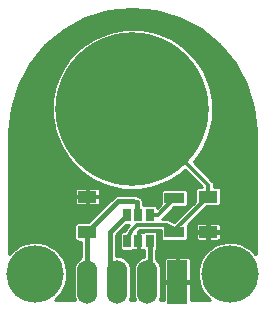
<source format=gbr>
G04 #@! TF.FileFunction,Copper,L1,Top,Signal*
%FSLAX46Y46*%
G04 Gerber Fmt 4.6, Leading zero omitted, Abs format (unit mm)*
G04 Created by KiCad (PCBNEW 4.0.2+dfsg1-stable) date ons 15 feb 2017 20:38:44 CET*
%MOMM*%
G01*
G04 APERTURE LIST*
%ADD10C,0.100000*%
%ADD11C,4.850000*%
%ADD12R,1.600000X1.000000*%
%ADD13R,1.700000X0.900000*%
%ADD14R,0.650000X1.060000*%
%ADD15R,1.727200X3.700000*%
%ADD16O,1.727200X3.700000*%
%ADD17C,13.000000*%
%ADD18C,0.350000*%
%ADD19C,0.400000*%
%ADD20C,0.270000*%
G04 APERTURE END LIST*
D10*
D11*
X2540000Y2540000D03*
D12*
X17208500Y9120000D03*
X17208500Y6120000D03*
X6985000Y6120000D03*
X6985000Y9120000D03*
D13*
X14351000Y6106500D03*
X14351000Y9006500D03*
D14*
X10353000Y5377000D03*
X11303000Y5377000D03*
X12253000Y5377000D03*
X12253000Y7577000D03*
X10353000Y7577000D03*
X11303000Y7577000D03*
D15*
X14605000Y1905000D03*
D16*
X12065000Y1905000D03*
X9525000Y1905000D03*
X6985000Y1905000D03*
D11*
X19050000Y2540000D03*
D17*
X10795000Y16510000D03*
D18*
X17208500Y9120000D02*
X17208500Y10096500D01*
X17208500Y10096500D02*
X10795000Y16510000D01*
X14351000Y6106500D02*
X14351000Y6262500D01*
X14351000Y6262500D02*
X17208500Y9120000D01*
X10353000Y5377000D02*
X10668000Y6223000D01*
X13696498Y6748780D02*
X14668500Y6183500D01*
X11176000Y6731000D02*
X13696498Y6748780D01*
X10668000Y6223000D02*
X11176000Y6731000D01*
D19*
X11303000Y7577000D02*
X11176000Y8636000D01*
X9602600Y8737600D02*
X6985000Y6120000D01*
X11176000Y8636000D02*
X10795000Y8763000D01*
X6985000Y6120000D02*
X6985000Y1905000D01*
X10795000Y8763000D02*
X9602600Y8737600D01*
X12255500Y2921000D02*
X12253000Y5377000D01*
X8890000Y6096000D02*
X8890000Y3429000D01*
X8890000Y3429000D02*
X9525000Y1905000D01*
X10353000Y7577000D02*
X8890000Y6096000D01*
D18*
X12253000Y7577000D02*
X12985000Y7577000D01*
X12985000Y7577000D02*
X14351000Y9006500D01*
D20*
G36*
X12820522Y24834646D02*
X14768899Y24246395D01*
X16565904Y23290912D01*
X18143101Y22004581D01*
X19440410Y20436404D01*
X20408419Y18646109D01*
X21010256Y16701887D01*
X21224804Y14660596D01*
X21225000Y14604300D01*
X21225000Y4217861D01*
X21183622Y4280140D01*
X20804993Y4661422D01*
X20359516Y4961899D01*
X19864161Y5170128D01*
X19337794Y5278175D01*
X18800465Y5281927D01*
X18272641Y5181239D01*
X17774426Y4979947D01*
X17324798Y4685718D01*
X16940882Y4309760D01*
X16637302Y3866392D01*
X16425620Y3372502D01*
X16313901Y2846903D01*
X16306398Y2309613D01*
X16403399Y1781099D01*
X16601207Y1281491D01*
X16892290Y829820D01*
X17265559Y443289D01*
X17378202Y365000D01*
X15711600Y365000D01*
X15711600Y1775250D01*
X15650850Y1836000D01*
X14674000Y1836000D01*
X14674000Y1816000D01*
X14536000Y1816000D01*
X14536000Y1836000D01*
X13559150Y1836000D01*
X13498400Y1775250D01*
X13498400Y365000D01*
X13104959Y365000D01*
X13148293Y443824D01*
X13217845Y663079D01*
X13243485Y891668D01*
X13243600Y908124D01*
X13243600Y2901876D01*
X13221154Y3130801D01*
X13154670Y3351006D01*
X13046681Y3554103D01*
X12901300Y3732358D01*
X12845001Y3778933D01*
X13498400Y3778933D01*
X13498400Y2034750D01*
X13559150Y1974000D01*
X14536000Y1974000D01*
X14536000Y3937250D01*
X14674000Y3937250D01*
X14674000Y1974000D01*
X15650850Y1974000D01*
X15711600Y2034750D01*
X15711600Y3778933D01*
X15702262Y3825880D01*
X15683944Y3870103D01*
X15657351Y3909903D01*
X15623504Y3943750D01*
X15583704Y3970344D01*
X15539481Y3988661D01*
X15492534Y3998000D01*
X14734750Y3998000D01*
X14674000Y3937250D01*
X14536000Y3937250D01*
X14475250Y3998000D01*
X13717466Y3998000D01*
X13670519Y3988661D01*
X13626296Y3970344D01*
X13586496Y3943750D01*
X13552649Y3909903D01*
X13526056Y3870103D01*
X13507738Y3825880D01*
X13498400Y3778933D01*
X12845001Y3778933D01*
X12769564Y3841340D01*
X12768794Y4597429D01*
X12787616Y4609832D01*
X12845390Y4677619D01*
X12881993Y4758819D01*
X12894524Y4847000D01*
X12894524Y5907000D01*
X12890524Y5957163D01*
X12864176Y6042244D01*
X12815168Y6116616D01*
X12747381Y6174390D01*
X12666181Y6210993D01*
X12578000Y6223524D01*
X11928000Y6223524D01*
X11877837Y6219524D01*
X11792756Y6193176D01*
X11718384Y6144168D01*
X11711086Y6135606D01*
X11698881Y6140661D01*
X11651934Y6150000D01*
X11432750Y6150000D01*
X11372000Y6089250D01*
X11372000Y5446000D01*
X11392000Y5446000D01*
X11392000Y5308000D01*
X11372000Y5308000D01*
X11372000Y4664750D01*
X11432750Y4604000D01*
X11651934Y4604000D01*
X11698881Y4613339D01*
X11712450Y4618959D01*
X11738794Y4596507D01*
X11739372Y4028761D01*
X11623489Y3994655D01*
X11419642Y3888086D01*
X11240377Y3743954D01*
X11092521Y3567746D01*
X10981707Y3366176D01*
X10912155Y3146921D01*
X10886515Y2918332D01*
X10886400Y2901876D01*
X10886400Y908124D01*
X10908846Y679199D01*
X10975330Y458994D01*
X11025308Y365000D01*
X10564959Y365000D01*
X10608293Y443824D01*
X10677845Y663079D01*
X10703485Y891668D01*
X10703600Y908124D01*
X10703600Y2901876D01*
X10681154Y3130801D01*
X10614670Y3351006D01*
X10506681Y3554103D01*
X10361300Y3732358D01*
X10184065Y3878980D01*
X9981726Y3988384D01*
X9761990Y4056403D01*
X9533228Y4080447D01*
X9405000Y4068778D01*
X9405000Y5884522D01*
X10240672Y6730476D01*
X10482512Y6730476D01*
X10321518Y6569482D01*
X10317766Y6564915D01*
X10313288Y6561052D01*
X10287441Y6527996D01*
X10260818Y6495585D01*
X10258025Y6490376D01*
X10254382Y6485717D01*
X10235455Y6448284D01*
X10215627Y6411305D01*
X10213897Y6405647D01*
X10211231Y6400374D01*
X10208798Y6393979D01*
X10145331Y6223524D01*
X10028000Y6223524D01*
X9977837Y6219524D01*
X9892756Y6193176D01*
X9818384Y6144168D01*
X9760610Y6076381D01*
X9724007Y5995181D01*
X9711476Y5907000D01*
X9711476Y4847000D01*
X9715476Y4796837D01*
X9741824Y4711756D01*
X9790832Y4637384D01*
X9858619Y4579610D01*
X9939819Y4543007D01*
X10028000Y4530476D01*
X10678000Y4530476D01*
X10728163Y4534476D01*
X10813244Y4560824D01*
X10887616Y4609832D01*
X10894914Y4618394D01*
X10907119Y4613339D01*
X10954066Y4604000D01*
X11173250Y4604000D01*
X11234000Y4664750D01*
X11234000Y5308000D01*
X11214000Y5308000D01*
X11214000Y5446000D01*
X11234000Y5446000D01*
X11234000Y6089250D01*
X11230607Y6092643D01*
X11380394Y6242429D01*
X13184476Y6255156D01*
X13184476Y5656500D01*
X13188476Y5606337D01*
X13214824Y5521256D01*
X13263832Y5446884D01*
X13331619Y5389110D01*
X13412819Y5352507D01*
X13501000Y5339976D01*
X15201000Y5339976D01*
X15251163Y5343976D01*
X15336244Y5370324D01*
X15410616Y5419332D01*
X15468390Y5487119D01*
X15504993Y5568319D01*
X15517524Y5656500D01*
X15517524Y5990250D01*
X16165500Y5990250D01*
X16165500Y5596067D01*
X16174838Y5549120D01*
X16193156Y5504897D01*
X16219749Y5465097D01*
X16253596Y5431250D01*
X16293396Y5404656D01*
X16337619Y5386339D01*
X16384566Y5377000D01*
X17078750Y5377000D01*
X17139500Y5437750D01*
X17139500Y6051000D01*
X17277500Y6051000D01*
X17277500Y5437750D01*
X17338250Y5377000D01*
X18032434Y5377000D01*
X18079381Y5386339D01*
X18123604Y5404656D01*
X18163404Y5431250D01*
X18197251Y5465097D01*
X18223844Y5504897D01*
X18242162Y5549120D01*
X18251500Y5596067D01*
X18251500Y5990250D01*
X18190750Y6051000D01*
X17277500Y6051000D01*
X17139500Y6051000D01*
X16226250Y6051000D01*
X16165500Y5990250D01*
X15517524Y5990250D01*
X15517524Y6556500D01*
X15513524Y6606663D01*
X15501983Y6643933D01*
X16165500Y6643933D01*
X16165500Y6249750D01*
X16226250Y6189000D01*
X17139500Y6189000D01*
X17139500Y6802250D01*
X17277500Y6802250D01*
X17277500Y6189000D01*
X18190750Y6189000D01*
X18251500Y6249750D01*
X18251500Y6643933D01*
X18242162Y6690880D01*
X18223844Y6735103D01*
X18197251Y6774903D01*
X18163404Y6808750D01*
X18123604Y6835344D01*
X18079381Y6853661D01*
X18032434Y6863000D01*
X17338250Y6863000D01*
X17277500Y6802250D01*
X17139500Y6802250D01*
X17078750Y6863000D01*
X16384566Y6863000D01*
X16337619Y6853661D01*
X16293396Y6835344D01*
X16253596Y6808750D01*
X16219749Y6774903D01*
X16193156Y6735103D01*
X16174838Y6690880D01*
X16165500Y6643933D01*
X15501983Y6643933D01*
X15487176Y6691744D01*
X15481628Y6700164D01*
X17084941Y8303476D01*
X18008500Y8303476D01*
X18058663Y8307476D01*
X18143744Y8333824D01*
X18218116Y8382832D01*
X18275890Y8450619D01*
X18312493Y8531819D01*
X18325024Y8620000D01*
X18325024Y9620000D01*
X18321024Y9670163D01*
X18294676Y9755244D01*
X18245668Y9829616D01*
X18177881Y9887390D01*
X18096681Y9923993D01*
X18008500Y9936524D01*
X17698500Y9936524D01*
X17698500Y10096500D01*
X17694090Y10141477D01*
X17690139Y10186636D01*
X17689419Y10189114D01*
X17689168Y10191675D01*
X17676084Y10235012D01*
X17663458Y10278469D01*
X17662274Y10280753D01*
X17661528Y10283224D01*
X17640264Y10323215D01*
X17619449Y10363372D01*
X17617841Y10365386D01*
X17616631Y10367662D01*
X17588006Y10402760D01*
X17559786Y10438111D01*
X17556252Y10441695D01*
X17556190Y10441771D01*
X17556120Y10441829D01*
X17554983Y10442982D01*
X15970529Y12027436D01*
X15978883Y12035392D01*
X16749280Y13127498D01*
X17292879Y14348443D01*
X17588977Y15651721D01*
X17610292Y17178245D01*
X17350700Y18489283D01*
X16841403Y19724930D01*
X16101800Y20838121D01*
X15160064Y21786455D01*
X14052063Y22533811D01*
X12820001Y23051722D01*
X11510808Y23320461D01*
X10174350Y23329791D01*
X8861533Y23079358D01*
X7622360Y22578700D01*
X6504033Y21846887D01*
X5549147Y20911793D01*
X4794074Y19809037D01*
X4267574Y18580621D01*
X3989702Y17273336D01*
X3971042Y15936976D01*
X4212304Y14622442D01*
X4704299Y13379805D01*
X5428287Y12256396D01*
X6356691Y11295005D01*
X7454149Y10532251D01*
X8678859Y9997189D01*
X9984173Y9710197D01*
X11320370Y9682208D01*
X12636556Y9914287D01*
X13882598Y10397595D01*
X15011034Y11113722D01*
X15260628Y11351407D01*
X16675511Y9936524D01*
X16408500Y9936524D01*
X16358337Y9932524D01*
X16273256Y9906176D01*
X16198884Y9857168D01*
X16141110Y9789381D01*
X16104507Y9708181D01*
X16091976Y9620000D01*
X16091976Y8696441D01*
X14338051Y6942515D01*
X13942835Y7172358D01*
X13914122Y7185492D01*
X13886349Y7200506D01*
X13870736Y7205338D01*
X13855870Y7212138D01*
X13825151Y7219446D01*
X13794992Y7228779D01*
X13778739Y7230486D01*
X13762836Y7234269D01*
X13731282Y7235470D01*
X13699883Y7238768D01*
X13693042Y7238768D01*
X13337111Y7236257D01*
X13339261Y7238475D01*
X14296274Y8239976D01*
X15201000Y8239976D01*
X15251163Y8243976D01*
X15336244Y8270324D01*
X15410616Y8319332D01*
X15468390Y8387119D01*
X15504993Y8468319D01*
X15517524Y8556500D01*
X15517524Y9456500D01*
X15513524Y9506663D01*
X15487176Y9591744D01*
X15438168Y9666116D01*
X15370381Y9723890D01*
X15289181Y9760493D01*
X15201000Y9773024D01*
X13501000Y9773024D01*
X13450837Y9769024D01*
X13365756Y9742676D01*
X13291384Y9693668D01*
X13233610Y9625881D01*
X13197007Y9544681D01*
X13184476Y9456500D01*
X13184476Y8556500D01*
X13188476Y8506337D01*
X13190148Y8500939D01*
X12883455Y8179989D01*
X12864176Y8242244D01*
X12815168Y8316616D01*
X12747381Y8374390D01*
X12666181Y8410993D01*
X12578000Y8423524D01*
X11928000Y8423524D01*
X11877837Y8419524D01*
X11792756Y8393176D01*
X11777706Y8383259D01*
X11721988Y8408375D01*
X11687336Y8697322D01*
X11679665Y8732100D01*
X11673994Y8767251D01*
X11668863Y8781074D01*
X11665687Y8795473D01*
X11651406Y8828101D01*
X11639016Y8861479D01*
X11631300Y8874039D01*
X11625386Y8887550D01*
X11605037Y8916787D01*
X11586402Y8947118D01*
X11576392Y8957941D01*
X11567967Y8970046D01*
X11542336Y8994764D01*
X11518157Y9020908D01*
X11506232Y9029583D01*
X11495620Y9039817D01*
X11465675Y9059086D01*
X11436878Y9080035D01*
X11423495Y9086229D01*
X11411097Y9094207D01*
X11377983Y9107293D01*
X11345663Y9122251D01*
X11338857Y9124572D01*
X10957857Y9251572D01*
X10924318Y9259214D01*
X10891322Y9268912D01*
X10875426Y9270353D01*
X10859858Y9273900D01*
X10825472Y9274881D01*
X10791222Y9277986D01*
X10784032Y9277883D01*
X9591632Y9252483D01*
X9549799Y9247480D01*
X9507865Y9243811D01*
X9499987Y9241522D01*
X9491833Y9240547D01*
X9451773Y9227515D01*
X9411345Y9215770D01*
X9404060Y9211994D01*
X9396253Y9209454D01*
X9359493Y9188892D01*
X9322111Y9169515D01*
X9315697Y9164395D01*
X9308532Y9160387D01*
X9276466Y9133077D01*
X9243560Y9106809D01*
X9238440Y9101760D01*
X7073204Y6936524D01*
X6185000Y6936524D01*
X6134837Y6932524D01*
X6049756Y6906176D01*
X5975384Y6857168D01*
X5917610Y6789381D01*
X5881007Y6708181D01*
X5868476Y6620000D01*
X5868476Y5620000D01*
X5872476Y5569837D01*
X5898824Y5484756D01*
X5947832Y5410384D01*
X6015619Y5352610D01*
X6096819Y5316007D01*
X6185000Y5303476D01*
X6470000Y5303476D01*
X6470000Y3956236D01*
X6339642Y3888086D01*
X6160377Y3743954D01*
X6012521Y3567746D01*
X5901707Y3366176D01*
X5832155Y3146921D01*
X5806515Y2918332D01*
X5806400Y2901876D01*
X5806400Y908124D01*
X5828846Y679199D01*
X5895330Y458994D01*
X5945308Y365000D01*
X4226561Y365000D01*
X4235075Y370403D01*
X4624203Y740964D01*
X4933944Y1180051D01*
X5152500Y1670937D01*
X5271548Y2194925D01*
X5280118Y2808671D01*
X5175748Y3335779D01*
X4970983Y3832576D01*
X4673622Y4280140D01*
X4294993Y4661422D01*
X3849516Y4961899D01*
X3354161Y5170128D01*
X2827794Y5278175D01*
X2290465Y5281927D01*
X1762641Y5181239D01*
X1264426Y4979947D01*
X814798Y4685718D01*
X430882Y4309760D01*
X365000Y4213542D01*
X365000Y8990250D01*
X5942000Y8990250D01*
X5942000Y8596067D01*
X5951338Y8549120D01*
X5969656Y8504897D01*
X5996249Y8465097D01*
X6030096Y8431250D01*
X6069896Y8404656D01*
X6114119Y8386339D01*
X6161066Y8377000D01*
X6855250Y8377000D01*
X6916000Y8437750D01*
X6916000Y9051000D01*
X7054000Y9051000D01*
X7054000Y8437750D01*
X7114750Y8377000D01*
X7808934Y8377000D01*
X7855881Y8386339D01*
X7900104Y8404656D01*
X7939904Y8431250D01*
X7973751Y8465097D01*
X8000344Y8504897D01*
X8018662Y8549120D01*
X8028000Y8596067D01*
X8028000Y8990250D01*
X7967250Y9051000D01*
X7054000Y9051000D01*
X6916000Y9051000D01*
X6002750Y9051000D01*
X5942000Y8990250D01*
X365000Y8990250D01*
X365000Y9643933D01*
X5942000Y9643933D01*
X5942000Y9249750D01*
X6002750Y9189000D01*
X6916000Y9189000D01*
X6916000Y9802250D01*
X7054000Y9802250D01*
X7054000Y9189000D01*
X7967250Y9189000D01*
X8028000Y9249750D01*
X8028000Y9643933D01*
X8018662Y9690880D01*
X8000344Y9735103D01*
X7973751Y9774903D01*
X7939904Y9808750D01*
X7900104Y9835344D01*
X7855881Y9853661D01*
X7808934Y9863000D01*
X7114750Y9863000D01*
X7054000Y9802250D01*
X6916000Y9802250D01*
X6855250Y9863000D01*
X6161066Y9863000D01*
X6114119Y9853661D01*
X6069896Y9835344D01*
X6030096Y9808750D01*
X5996249Y9774903D01*
X5969656Y9735103D01*
X5951338Y9690880D01*
X5942000Y9643933D01*
X365000Y9643933D01*
X365000Y14587148D01*
X565354Y16630522D01*
X1153605Y18578899D01*
X2109088Y20375904D01*
X3395419Y21953101D01*
X4963596Y23250410D01*
X6753891Y24218419D01*
X8698113Y24820256D01*
X10739404Y25034804D01*
X10777786Y25034937D01*
X12820522Y24834646D01*
X12820522Y24834646D01*
G37*
X12820522Y24834646D02*
X14768899Y24246395D01*
X16565904Y23290912D01*
X18143101Y22004581D01*
X19440410Y20436404D01*
X20408419Y18646109D01*
X21010256Y16701887D01*
X21224804Y14660596D01*
X21225000Y14604300D01*
X21225000Y4217861D01*
X21183622Y4280140D01*
X20804993Y4661422D01*
X20359516Y4961899D01*
X19864161Y5170128D01*
X19337794Y5278175D01*
X18800465Y5281927D01*
X18272641Y5181239D01*
X17774426Y4979947D01*
X17324798Y4685718D01*
X16940882Y4309760D01*
X16637302Y3866392D01*
X16425620Y3372502D01*
X16313901Y2846903D01*
X16306398Y2309613D01*
X16403399Y1781099D01*
X16601207Y1281491D01*
X16892290Y829820D01*
X17265559Y443289D01*
X17378202Y365000D01*
X15711600Y365000D01*
X15711600Y1775250D01*
X15650850Y1836000D01*
X14674000Y1836000D01*
X14674000Y1816000D01*
X14536000Y1816000D01*
X14536000Y1836000D01*
X13559150Y1836000D01*
X13498400Y1775250D01*
X13498400Y365000D01*
X13104959Y365000D01*
X13148293Y443824D01*
X13217845Y663079D01*
X13243485Y891668D01*
X13243600Y908124D01*
X13243600Y2901876D01*
X13221154Y3130801D01*
X13154670Y3351006D01*
X13046681Y3554103D01*
X12901300Y3732358D01*
X12845001Y3778933D01*
X13498400Y3778933D01*
X13498400Y2034750D01*
X13559150Y1974000D01*
X14536000Y1974000D01*
X14536000Y3937250D01*
X14674000Y3937250D01*
X14674000Y1974000D01*
X15650850Y1974000D01*
X15711600Y2034750D01*
X15711600Y3778933D01*
X15702262Y3825880D01*
X15683944Y3870103D01*
X15657351Y3909903D01*
X15623504Y3943750D01*
X15583704Y3970344D01*
X15539481Y3988661D01*
X15492534Y3998000D01*
X14734750Y3998000D01*
X14674000Y3937250D01*
X14536000Y3937250D01*
X14475250Y3998000D01*
X13717466Y3998000D01*
X13670519Y3988661D01*
X13626296Y3970344D01*
X13586496Y3943750D01*
X13552649Y3909903D01*
X13526056Y3870103D01*
X13507738Y3825880D01*
X13498400Y3778933D01*
X12845001Y3778933D01*
X12769564Y3841340D01*
X12768794Y4597429D01*
X12787616Y4609832D01*
X12845390Y4677619D01*
X12881993Y4758819D01*
X12894524Y4847000D01*
X12894524Y5907000D01*
X12890524Y5957163D01*
X12864176Y6042244D01*
X12815168Y6116616D01*
X12747381Y6174390D01*
X12666181Y6210993D01*
X12578000Y6223524D01*
X11928000Y6223524D01*
X11877837Y6219524D01*
X11792756Y6193176D01*
X11718384Y6144168D01*
X11711086Y6135606D01*
X11698881Y6140661D01*
X11651934Y6150000D01*
X11432750Y6150000D01*
X11372000Y6089250D01*
X11372000Y5446000D01*
X11392000Y5446000D01*
X11392000Y5308000D01*
X11372000Y5308000D01*
X11372000Y4664750D01*
X11432750Y4604000D01*
X11651934Y4604000D01*
X11698881Y4613339D01*
X11712450Y4618959D01*
X11738794Y4596507D01*
X11739372Y4028761D01*
X11623489Y3994655D01*
X11419642Y3888086D01*
X11240377Y3743954D01*
X11092521Y3567746D01*
X10981707Y3366176D01*
X10912155Y3146921D01*
X10886515Y2918332D01*
X10886400Y2901876D01*
X10886400Y908124D01*
X10908846Y679199D01*
X10975330Y458994D01*
X11025308Y365000D01*
X10564959Y365000D01*
X10608293Y443824D01*
X10677845Y663079D01*
X10703485Y891668D01*
X10703600Y908124D01*
X10703600Y2901876D01*
X10681154Y3130801D01*
X10614670Y3351006D01*
X10506681Y3554103D01*
X10361300Y3732358D01*
X10184065Y3878980D01*
X9981726Y3988384D01*
X9761990Y4056403D01*
X9533228Y4080447D01*
X9405000Y4068778D01*
X9405000Y5884522D01*
X10240672Y6730476D01*
X10482512Y6730476D01*
X10321518Y6569482D01*
X10317766Y6564915D01*
X10313288Y6561052D01*
X10287441Y6527996D01*
X10260818Y6495585D01*
X10258025Y6490376D01*
X10254382Y6485717D01*
X10235455Y6448284D01*
X10215627Y6411305D01*
X10213897Y6405647D01*
X10211231Y6400374D01*
X10208798Y6393979D01*
X10145331Y6223524D01*
X10028000Y6223524D01*
X9977837Y6219524D01*
X9892756Y6193176D01*
X9818384Y6144168D01*
X9760610Y6076381D01*
X9724007Y5995181D01*
X9711476Y5907000D01*
X9711476Y4847000D01*
X9715476Y4796837D01*
X9741824Y4711756D01*
X9790832Y4637384D01*
X9858619Y4579610D01*
X9939819Y4543007D01*
X10028000Y4530476D01*
X10678000Y4530476D01*
X10728163Y4534476D01*
X10813244Y4560824D01*
X10887616Y4609832D01*
X10894914Y4618394D01*
X10907119Y4613339D01*
X10954066Y4604000D01*
X11173250Y4604000D01*
X11234000Y4664750D01*
X11234000Y5308000D01*
X11214000Y5308000D01*
X11214000Y5446000D01*
X11234000Y5446000D01*
X11234000Y6089250D01*
X11230607Y6092643D01*
X11380394Y6242429D01*
X13184476Y6255156D01*
X13184476Y5656500D01*
X13188476Y5606337D01*
X13214824Y5521256D01*
X13263832Y5446884D01*
X13331619Y5389110D01*
X13412819Y5352507D01*
X13501000Y5339976D01*
X15201000Y5339976D01*
X15251163Y5343976D01*
X15336244Y5370324D01*
X15410616Y5419332D01*
X15468390Y5487119D01*
X15504993Y5568319D01*
X15517524Y5656500D01*
X15517524Y5990250D01*
X16165500Y5990250D01*
X16165500Y5596067D01*
X16174838Y5549120D01*
X16193156Y5504897D01*
X16219749Y5465097D01*
X16253596Y5431250D01*
X16293396Y5404656D01*
X16337619Y5386339D01*
X16384566Y5377000D01*
X17078750Y5377000D01*
X17139500Y5437750D01*
X17139500Y6051000D01*
X17277500Y6051000D01*
X17277500Y5437750D01*
X17338250Y5377000D01*
X18032434Y5377000D01*
X18079381Y5386339D01*
X18123604Y5404656D01*
X18163404Y5431250D01*
X18197251Y5465097D01*
X18223844Y5504897D01*
X18242162Y5549120D01*
X18251500Y5596067D01*
X18251500Y5990250D01*
X18190750Y6051000D01*
X17277500Y6051000D01*
X17139500Y6051000D01*
X16226250Y6051000D01*
X16165500Y5990250D01*
X15517524Y5990250D01*
X15517524Y6556500D01*
X15513524Y6606663D01*
X15501983Y6643933D01*
X16165500Y6643933D01*
X16165500Y6249750D01*
X16226250Y6189000D01*
X17139500Y6189000D01*
X17139500Y6802250D01*
X17277500Y6802250D01*
X17277500Y6189000D01*
X18190750Y6189000D01*
X18251500Y6249750D01*
X18251500Y6643933D01*
X18242162Y6690880D01*
X18223844Y6735103D01*
X18197251Y6774903D01*
X18163404Y6808750D01*
X18123604Y6835344D01*
X18079381Y6853661D01*
X18032434Y6863000D01*
X17338250Y6863000D01*
X17277500Y6802250D01*
X17139500Y6802250D01*
X17078750Y6863000D01*
X16384566Y6863000D01*
X16337619Y6853661D01*
X16293396Y6835344D01*
X16253596Y6808750D01*
X16219749Y6774903D01*
X16193156Y6735103D01*
X16174838Y6690880D01*
X16165500Y6643933D01*
X15501983Y6643933D01*
X15487176Y6691744D01*
X15481628Y6700164D01*
X17084941Y8303476D01*
X18008500Y8303476D01*
X18058663Y8307476D01*
X18143744Y8333824D01*
X18218116Y8382832D01*
X18275890Y8450619D01*
X18312493Y8531819D01*
X18325024Y8620000D01*
X18325024Y9620000D01*
X18321024Y9670163D01*
X18294676Y9755244D01*
X18245668Y9829616D01*
X18177881Y9887390D01*
X18096681Y9923993D01*
X18008500Y9936524D01*
X17698500Y9936524D01*
X17698500Y10096500D01*
X17694090Y10141477D01*
X17690139Y10186636D01*
X17689419Y10189114D01*
X17689168Y10191675D01*
X17676084Y10235012D01*
X17663458Y10278469D01*
X17662274Y10280753D01*
X17661528Y10283224D01*
X17640264Y10323215D01*
X17619449Y10363372D01*
X17617841Y10365386D01*
X17616631Y10367662D01*
X17588006Y10402760D01*
X17559786Y10438111D01*
X17556252Y10441695D01*
X17556190Y10441771D01*
X17556120Y10441829D01*
X17554983Y10442982D01*
X15970529Y12027436D01*
X15978883Y12035392D01*
X16749280Y13127498D01*
X17292879Y14348443D01*
X17588977Y15651721D01*
X17610292Y17178245D01*
X17350700Y18489283D01*
X16841403Y19724930D01*
X16101800Y20838121D01*
X15160064Y21786455D01*
X14052063Y22533811D01*
X12820001Y23051722D01*
X11510808Y23320461D01*
X10174350Y23329791D01*
X8861533Y23079358D01*
X7622360Y22578700D01*
X6504033Y21846887D01*
X5549147Y20911793D01*
X4794074Y19809037D01*
X4267574Y18580621D01*
X3989702Y17273336D01*
X3971042Y15936976D01*
X4212304Y14622442D01*
X4704299Y13379805D01*
X5428287Y12256396D01*
X6356691Y11295005D01*
X7454149Y10532251D01*
X8678859Y9997189D01*
X9984173Y9710197D01*
X11320370Y9682208D01*
X12636556Y9914287D01*
X13882598Y10397595D01*
X15011034Y11113722D01*
X15260628Y11351407D01*
X16675511Y9936524D01*
X16408500Y9936524D01*
X16358337Y9932524D01*
X16273256Y9906176D01*
X16198884Y9857168D01*
X16141110Y9789381D01*
X16104507Y9708181D01*
X16091976Y9620000D01*
X16091976Y8696441D01*
X14338051Y6942515D01*
X13942835Y7172358D01*
X13914122Y7185492D01*
X13886349Y7200506D01*
X13870736Y7205338D01*
X13855870Y7212138D01*
X13825151Y7219446D01*
X13794992Y7228779D01*
X13778739Y7230486D01*
X13762836Y7234269D01*
X13731282Y7235470D01*
X13699883Y7238768D01*
X13693042Y7238768D01*
X13337111Y7236257D01*
X13339261Y7238475D01*
X14296274Y8239976D01*
X15201000Y8239976D01*
X15251163Y8243976D01*
X15336244Y8270324D01*
X15410616Y8319332D01*
X15468390Y8387119D01*
X15504993Y8468319D01*
X15517524Y8556500D01*
X15517524Y9456500D01*
X15513524Y9506663D01*
X15487176Y9591744D01*
X15438168Y9666116D01*
X15370381Y9723890D01*
X15289181Y9760493D01*
X15201000Y9773024D01*
X13501000Y9773024D01*
X13450837Y9769024D01*
X13365756Y9742676D01*
X13291384Y9693668D01*
X13233610Y9625881D01*
X13197007Y9544681D01*
X13184476Y9456500D01*
X13184476Y8556500D01*
X13188476Y8506337D01*
X13190148Y8500939D01*
X12883455Y8179989D01*
X12864176Y8242244D01*
X12815168Y8316616D01*
X12747381Y8374390D01*
X12666181Y8410993D01*
X12578000Y8423524D01*
X11928000Y8423524D01*
X11877837Y8419524D01*
X11792756Y8393176D01*
X11777706Y8383259D01*
X11721988Y8408375D01*
X11687336Y8697322D01*
X11679665Y8732100D01*
X11673994Y8767251D01*
X11668863Y8781074D01*
X11665687Y8795473D01*
X11651406Y8828101D01*
X11639016Y8861479D01*
X11631300Y8874039D01*
X11625386Y8887550D01*
X11605037Y8916787D01*
X11586402Y8947118D01*
X11576392Y8957941D01*
X11567967Y8970046D01*
X11542336Y8994764D01*
X11518157Y9020908D01*
X11506232Y9029583D01*
X11495620Y9039817D01*
X11465675Y9059086D01*
X11436878Y9080035D01*
X11423495Y9086229D01*
X11411097Y9094207D01*
X11377983Y9107293D01*
X11345663Y9122251D01*
X11338857Y9124572D01*
X10957857Y9251572D01*
X10924318Y9259214D01*
X10891322Y9268912D01*
X10875426Y9270353D01*
X10859858Y9273900D01*
X10825472Y9274881D01*
X10791222Y9277986D01*
X10784032Y9277883D01*
X9591632Y9252483D01*
X9549799Y9247480D01*
X9507865Y9243811D01*
X9499987Y9241522D01*
X9491833Y9240547D01*
X9451773Y9227515D01*
X9411345Y9215770D01*
X9404060Y9211994D01*
X9396253Y9209454D01*
X9359493Y9188892D01*
X9322111Y9169515D01*
X9315697Y9164395D01*
X9308532Y9160387D01*
X9276466Y9133077D01*
X9243560Y9106809D01*
X9238440Y9101760D01*
X7073204Y6936524D01*
X6185000Y6936524D01*
X6134837Y6932524D01*
X6049756Y6906176D01*
X5975384Y6857168D01*
X5917610Y6789381D01*
X5881007Y6708181D01*
X5868476Y6620000D01*
X5868476Y5620000D01*
X5872476Y5569837D01*
X5898824Y5484756D01*
X5947832Y5410384D01*
X6015619Y5352610D01*
X6096819Y5316007D01*
X6185000Y5303476D01*
X6470000Y5303476D01*
X6470000Y3956236D01*
X6339642Y3888086D01*
X6160377Y3743954D01*
X6012521Y3567746D01*
X5901707Y3366176D01*
X5832155Y3146921D01*
X5806515Y2918332D01*
X5806400Y2901876D01*
X5806400Y908124D01*
X5828846Y679199D01*
X5895330Y458994D01*
X5945308Y365000D01*
X4226561Y365000D01*
X4235075Y370403D01*
X4624203Y740964D01*
X4933944Y1180051D01*
X5152500Y1670937D01*
X5271548Y2194925D01*
X5280118Y2808671D01*
X5175748Y3335779D01*
X4970983Y3832576D01*
X4673622Y4280140D01*
X4294993Y4661422D01*
X3849516Y4961899D01*
X3354161Y5170128D01*
X2827794Y5278175D01*
X2290465Y5281927D01*
X1762641Y5181239D01*
X1264426Y4979947D01*
X814798Y4685718D01*
X430882Y4309760D01*
X365000Y4213542D01*
X365000Y8990250D01*
X5942000Y8990250D01*
X5942000Y8596067D01*
X5951338Y8549120D01*
X5969656Y8504897D01*
X5996249Y8465097D01*
X6030096Y8431250D01*
X6069896Y8404656D01*
X6114119Y8386339D01*
X6161066Y8377000D01*
X6855250Y8377000D01*
X6916000Y8437750D01*
X6916000Y9051000D01*
X7054000Y9051000D01*
X7054000Y8437750D01*
X7114750Y8377000D01*
X7808934Y8377000D01*
X7855881Y8386339D01*
X7900104Y8404656D01*
X7939904Y8431250D01*
X7973751Y8465097D01*
X8000344Y8504897D01*
X8018662Y8549120D01*
X8028000Y8596067D01*
X8028000Y8990250D01*
X7967250Y9051000D01*
X7054000Y9051000D01*
X6916000Y9051000D01*
X6002750Y9051000D01*
X5942000Y8990250D01*
X365000Y8990250D01*
X365000Y9643933D01*
X5942000Y9643933D01*
X5942000Y9249750D01*
X6002750Y9189000D01*
X6916000Y9189000D01*
X6916000Y9802250D01*
X7054000Y9802250D01*
X7054000Y9189000D01*
X7967250Y9189000D01*
X8028000Y9249750D01*
X8028000Y9643933D01*
X8018662Y9690880D01*
X8000344Y9735103D01*
X7973751Y9774903D01*
X7939904Y9808750D01*
X7900104Y9835344D01*
X7855881Y9853661D01*
X7808934Y9863000D01*
X7114750Y9863000D01*
X7054000Y9802250D01*
X6916000Y9802250D01*
X6855250Y9863000D01*
X6161066Y9863000D01*
X6114119Y9853661D01*
X6069896Y9835344D01*
X6030096Y9808750D01*
X5996249Y9774903D01*
X5969656Y9735103D01*
X5951338Y9690880D01*
X5942000Y9643933D01*
X365000Y9643933D01*
X365000Y14587148D01*
X565354Y16630522D01*
X1153605Y18578899D01*
X2109088Y20375904D01*
X3395419Y21953101D01*
X4963596Y23250410D01*
X6753891Y24218419D01*
X8698113Y24820256D01*
X10739404Y25034804D01*
X10777786Y25034937D01*
X12820522Y24834646D01*
M02*

</source>
